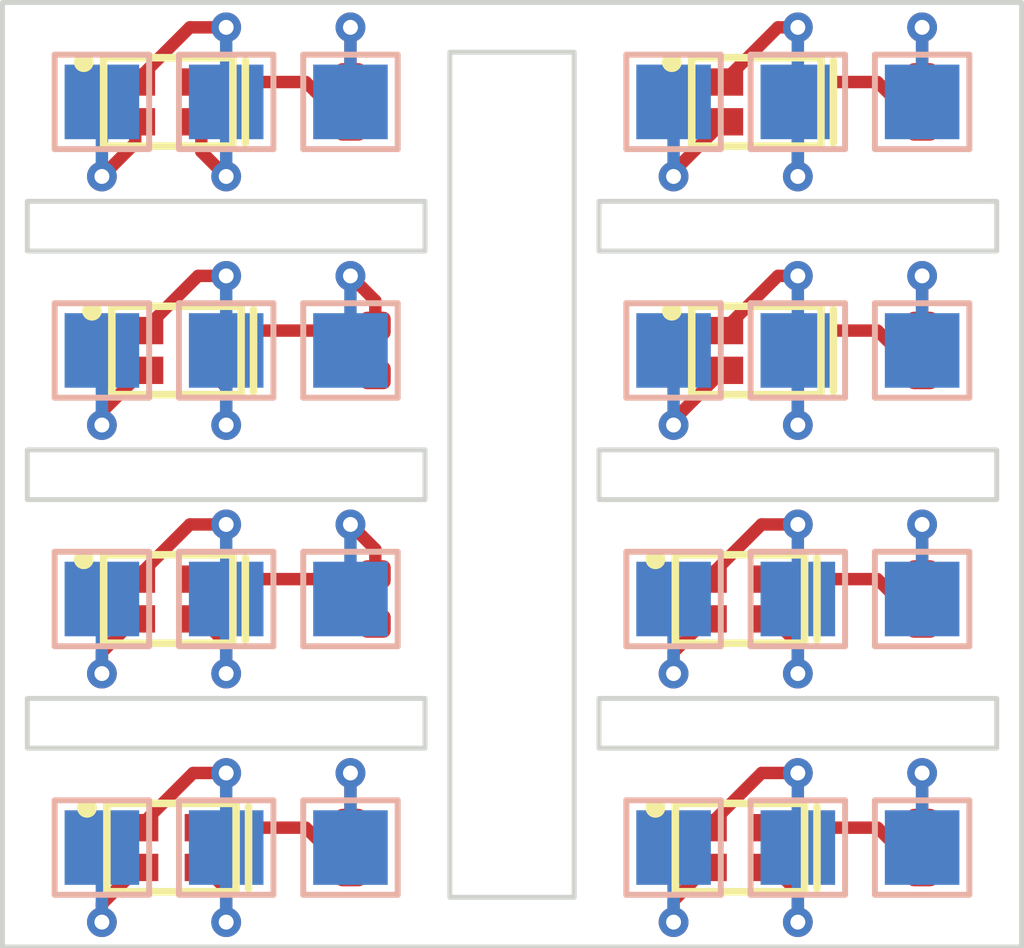
<source format=kicad_pcb>
(kicad_pcb (version 20241229) (generator "pcbnew") (generator_version "9.0")
  (layers (0 "F.Cu" signal) (2 "B.Cu" signal) (13 "F.Paste" user) (15 "B.Paste" user) (5 "F.SilkS" user "F.Silkscreen") (7 "B.SilkS" user "B.Silkscreen") (1 "F.Mask" user) (3 "B.Mask" user) (25 "Edge.Cuts" user))
  (net 0 "")
  (net 1 "Net-(U1-EMITTER)")
  (net 2 "Net-(U1-ANODE)")
  (net 3 "Net-(H3-Pad1)")
  (net 4 "Net-(U2-EMITTER)")
  (net 5 "Net-(U2-ANODE)")
  (net 6 "Net-(H6-Pad1)")
  (net 7 "Net-(U3-EMITTER)")
  (net 8 "Net-(U3-ANODE)")
  (net 9 "Net-(H9-Pad1)")
  (net 10 "Net-(U4-EMITTER)")
  (net 11 "Net-(U4-ANODE)")
  (net 12 "Net-(H12-Pad1)")
  (net 13 "Net-(U5-EMITTER)")
  (net 14 "Net-(U5-ANODE)")
  (net 15 "Net-(H15-Pad1)")
  (net 16 "Net-(U6-EMITTER)")
  (net 17 "Net-(U6-ANODE)")
  (net 18 "Net-(H18-Pad1)")
  (net 19 "Net-(U7-EMITTER)")
  (net 20 "Net-(U7-ANODE)")
  (net 21 "Net-(H21-Pad1)")
  (net 22 "Net-(U8-EMITTER)")
  (net 23 "Net-(U8-ANODE)")
  (net 24 "Net-(H24-Pad1)")
  (net 25 "Net-(U1-CATHODE)")
  (net 26 "Net-(U2-CATHODE)")
  (net 27 "Net-(U3-CATHODE)")
  (net 28 "Net-(U4-CATHODE)")
  (net 29 "Net-(U5-CATHODE)")
  (net 30 "Net-(U6-CATHODE)")
  (net 31 "Net-(U7-CATHODE)")
  (net 32 "Net-(U8-CATHODE)")
  (footprint "Personal:OPTO-SMD-4_ITR1204SR10A" (layer "F.Cu") (at 82.9 87 -90)
    (property "Reference" "U4" (hide yes))
    (property "Value" "~" (hide yes))
    (fp_line (start -0.889 1.3) (end 0.889 1.3) (stroke (width 0.152)) (layer "F.SilkS"))
    (fp_line (start -0.889 1.3) (end -0.889 -1.3) (stroke (width 0.152)) (layer "F.SilkS"))
    (fp_line (start 0.889 1.3) (end 0.889 -1.3) (stroke (width 0.152)) (layer "F.SilkS"))
    (fp_line (start -0.889 -1.3) (end 0.889 -1.3) (stroke (width 0.152)) (layer "F.SilkS"))
    (fp_line (start -0.825 -1.55) (end 0.825 -1.55) (stroke (width 0.152)) (layer "F.SilkS"))
    (fp_circle (center -0.8 1.7) (end -0.7 1.7) (stroke (width 0.2)) (fill no) (layer "F.SilkS"))
    (pad "1" smd rect (at -0.4 0.665) (size 0.8 0.55) (layers "F.Cu" "F.Mask" "F.Paste") (net 11 "Net-(U4-ANODE)"))
    (pad "2" smd rect (at 0.4 0.665) (size 0.8 0.55) (layers "F.Cu" "F.Mask" "F.Paste") (net 10 "Net-(U4-EMITTER)"))
    (pad "3" smd rect (at 0.4 -0.665) (size 0.8 0.55) (layers "F.Cu" "F.Mask" "F.Paste") (net 11 "Net-(U4-ANODE)"))
    (pad "4" smd rect (at -0.4 -0.665) (size 0.8 0.55) (layers "F.Cu" "F.Mask" "F.Paste") (net 28 "Net-(U4-CATHODE)"))
  )
  (footprint "Personal:OPTO-SMD-4_ITR1204SR10A" (layer "F.Cu") (at 94.335 82 -90)
    (property "Reference" "U7" (hide yes))
    (property "Value" "~" (hide yes))
    (fp_line (start -0.889 1.3) (end 0.889 1.3) (stroke (width 0.152)) (layer "F.SilkS"))
    (fp_line (start -0.889 1.3) (end -0.889 -1.3) (stroke (width 0.152)) (layer "F.SilkS"))
    (fp_line (start 0.889 1.3) (end 0.889 -1.3) (stroke (width 0.152)) (layer "F.SilkS"))
    (fp_line (start -0.889 -1.3) (end 0.889 -1.3) (stroke (width 0.152)) (layer "F.SilkS"))
    (fp_line (start -0.825 -1.55) (end 0.825 -1.55) (stroke (width 0.152)) (layer "F.SilkS"))
    (fp_circle (center -0.8 1.7) (end -0.7 1.7) (stroke (width 0.2)) (fill no) (layer "F.SilkS"))
    (pad "1" smd rect (at -0.4 0.665) (size 0.8 0.55) (layers "F.Cu" "F.Mask" "F.Paste") (net 20 "Net-(U7-ANODE)"))
    (pad "2" smd rect (at 0.4 0.665) (size 0.8 0.55) (layers "F.Cu" "F.Mask" "F.Paste") (net 19 "Net-(U7-EMITTER)"))
    (pad "3" smd rect (at 0.4 -0.665) (size 0.8 0.55) (layers "F.Cu" "F.Mask" "F.Paste") (net 20 "Net-(U7-ANODE)"))
    (pad "4" smd rect (at -0.4 -0.665) (size 0.8 0.55) (layers "F.Cu" "F.Mask" "F.Paste") (net 31 "Net-(U7-CATHODE)"))
  )
  (footprint "PCM_JLCPCB:R_0402" (layer "F.Cu") (at 98 82 90)
    (property "Reference" "R7" (hide yes))
    (property "Value" "100Ω" (hide yes))
    (pad "1" smd roundrect (at -0.5 0 90) (size 0.56 0.62) (layers "F.Cu" "F.Mask" "F.Paste") (net 31 "Net-(U7-CATHODE)"))
    (pad "2" smd roundrect (at 0.5 0 90) (size 0.56 0.62) (layers "F.Cu" "F.Mask" "F.Paste") (net 21 "Net-(H21-Pad1)"))
  )
  (footprint "Personal:OPTO-SMD-4_ITR1204SR10A" (layer "F.Cu") (at 82.835 82 -90)
    (property "Reference" "U3" (hide yes))
    (property "Value" "~" (hide yes))
    (fp_line (start -0.889 1.3) (end 0.889 1.3) (stroke (width 0.152)) (layer "F.SilkS"))
    (fp_line (start -0.889 1.3) (end -0.889 -1.3) (stroke (width 0.152)) (layer "F.SilkS"))
    (fp_line (start 0.889 1.3) (end 0.889 -1.3) (stroke (width 0.152)) (layer "F.SilkS"))
    (fp_line (start -0.889 -1.3) (end 0.889 -1.3) (stroke (width 0.152)) (layer "F.SilkS"))
    (fp_line (start -0.825 -1.55) (end 0.825 -1.55) (stroke (width 0.152)) (layer "F.SilkS"))
    (fp_circle (center -0.8 1.7) (end -0.7 1.7) (stroke (width 0.2)) (fill no) (layer "F.SilkS"))
    (pad "1" smd rect (at -0.4 0.665) (size 0.8 0.55) (layers "F.Cu" "F.Mask" "F.Paste") (net 8 "Net-(U3-ANODE)"))
    (pad "2" smd rect (at 0.4 0.665) (size 0.8 0.55) (layers "F.Cu" "F.Mask" "F.Paste") (net 7 "Net-(U3-EMITTER)"))
    (pad "3" smd rect (at 0.4 -0.665) (size 0.8 0.55) (layers "F.Cu" "F.Mask" "F.Paste") (net 8 "Net-(U3-ANODE)"))
    (pad "4" smd rect (at -0.4 -0.665) (size 0.8 0.55) (layers "F.Cu" "F.Mask" "F.Paste") (net 27 "Net-(U3-CATHODE)"))
  )
  (footprint "Personal:OPTO-SMD-4_ITR1204SR10A" (layer "F.Cu") (at 83 77 -90)
    (property "Reference" "U2" (hide yes))
    (property "Value" "~" (hide yes))
    (fp_line (start -0.889 1.3) (end 0.889 1.3) (stroke (width 0.152)) (layer "F.SilkS"))
    (fp_line (start -0.889 1.3) (end -0.889 -1.3) (stroke (width 0.152)) (layer "F.SilkS"))
    (fp_line (start 0.889 1.3) (end 0.889 -1.3) (stroke (width 0.152)) (layer "F.SilkS"))
    (fp_line (start -0.889 -1.3) (end 0.889 -1.3) (stroke (width 0.152)) (layer "F.SilkS"))
    (fp_line (start -0.825 -1.55) (end 0.825 -1.55) (stroke (width 0.152)) (layer "F.SilkS"))
    (fp_circle (center -0.8 1.7) (end -0.7 1.7) (stroke (width 0.2)) (fill no) (layer "F.SilkS"))
    (pad "1" smd rect (at -0.4 0.665) (size 0.8 0.55) (layers "F.Cu" "F.Mask" "F.Paste") (net 5 "Net-(U2-ANODE)"))
    (pad "2" smd rect (at 0.4 0.665) (size 0.8 0.55) (layers "F.Cu" "F.Mask" "F.Paste") (net 4 "Net-(U2-EMITTER)"))
    (pad "3" smd rect (at 0.4 -0.665) (size 0.8 0.55) (layers "F.Cu" "F.Mask" "F.Paste") (net 5 "Net-(U2-ANODE)"))
    (pad "4" smd rect (at -0.4 -0.665) (size 0.8 0.55) (layers "F.Cu" "F.Mask" "F.Paste") (net 26 "Net-(U2-CATHODE)"))
  )
  (footprint "PCM_JLCPCB:R_0402" (layer "F.Cu") (at 87 77 90)
    (property "Reference" "R2" (hide yes))
    (property "Value" "100Ω" (hide yes))
    (pad "1" smd roundrect (at -0.5 0 90) (size 0.56 0.62) (layers "F.Cu" "F.Mask" "F.Paste") (net 26 "Net-(U2-CATHODE)"))
    (pad "2" smd roundrect (at 0.5 0 90) (size 0.56 0.62) (layers "F.Cu" "F.Mask" "F.Paste") (net 6 "Net-(H6-Pad1)"))
  )
  (footprint "PCM_JLCPCB:R_0402" (layer "F.Cu") (at 98 72 90)
    (property "Reference" "R5" (hide yes))
    (property "Value" "100Ω" (hide yes))
    (pad "1" smd roundrect (at -0.5 0 90) (size 0.56 0.62) (layers "F.Cu" "F.Mask" "F.Paste") (net 29 "Net-(U5-CATHODE)"))
    (pad "2" smd roundrect (at 0.5 0 90) (size 0.56 0.62) (layers "F.Cu" "F.Mask" "F.Paste") (net 15 "Net-(H15-Pad1)"))
  )
  (footprint "PCM_JLCPCB:R_0402" (layer "F.Cu") (at 87 82 90)
    (property "Reference" "R3" (hide yes))
    (property "Value" "100Ω" (hide yes))
    (pad "1" smd roundrect (at -0.5 0 90) (size 0.56 0.62) (layers "F.Cu" "F.Mask" "F.Paste") (net 27 "Net-(U3-CATHODE)"))
    (pad "2" smd roundrect (at 0.5 0 90) (size 0.56 0.62) (layers "F.Cu" "F.Mask" "F.Paste") (net 9 "Net-(H9-Pad1)"))
  )
  (footprint "Personal:OPTO-SMD-4_ITR1204SR10A" (layer "F.Cu") (at 94.335 87 -90)
    (property "Reference" "U8" (hide yes))
    (property "Value" "~" (hide yes))
    (fp_line (start -0.889 1.3) (end 0.889 1.3) (stroke (width 0.152)) (layer "F.SilkS"))
    (fp_line (start -0.889 1.3) (end -0.889 -1.3) (stroke (width 0.152)) (layer "F.SilkS"))
    (fp_line (start 0.889 1.3) (end 0.889 -1.3) (stroke (width 0.152)) (layer "F.SilkS"))
    (fp_line (start -0.889 -1.3) (end 0.889 -1.3) (stroke (width 0.152)) (layer "F.SilkS"))
    (fp_line (start -0.825 -1.55) (end 0.825 -1.55) (stroke (width 0.152)) (layer "F.SilkS"))
    (fp_circle (center -0.8 1.7) (end -0.7 1.7) (stroke (width 0.2)) (fill no) (layer "F.SilkS"))
    (pad "1" smd rect (at -0.4 0.665) (size 0.8 0.55) (layers "F.Cu" "F.Mask" "F.Paste") (net 23 "Net-(U8-ANODE)"))
    (pad "2" smd rect (at 0.4 0.665) (size 0.8 0.55) (layers "F.Cu" "F.Mask" "F.Paste") (net 22 "Net-(U8-EMITTER)"))
    (pad "3" smd rect (at 0.4 -0.665) (size 0.8 0.55) (layers "F.Cu" "F.Mask" "F.Paste") (net 23 "Net-(U8-ANODE)"))
    (pad "4" smd rect (at -0.4 -0.665) (size 0.8 0.55) (layers "F.Cu" "F.Mask" "F.Paste") (net 32 "Net-(U8-CATHODE)"))
  )
  (footprint "PCM_JLCPCB:R_0402" (layer "F.Cu") (at 86.5 72 90)
    (property "Reference" "R1" (hide yes))
    (property "Value" "100Ω" (hide yes))
    (pad "1" smd roundrect (at -0.5 0 90) (size 0.56 0.62) (layers "F.Cu" "F.Mask" "F.Paste") (net 25 "Net-(U1-CATHODE)"))
    (pad "2" smd roundrect (at 0.5 0 90) (size 0.56 0.62) (layers "F.Cu" "F.Mask" "F.Paste") (net 3 "Net-(H3-Pad1)"))
  )
  (footprint "Personal:OPTO-SMD-4_ITR1204SR10A" (layer "F.Cu") (at 94.665 72 -90)
    (property "Reference" "U5" (hide yes))
    (property "Value" "~" (hide yes))
    (fp_line (start -0.889 1.3) (end 0.889 1.3) (stroke (width 0.152)) (layer "F.SilkS"))
    (fp_line (start -0.889 1.3) (end -0.889 -1.3) (stroke (width 0.152)) (layer "F.SilkS"))
    (fp_line (start 0.889 1.3) (end 0.889 -1.3) (stroke (width 0.152)) (layer "F.SilkS"))
    (fp_line (start -0.889 -1.3) (end 0.889 -1.3) (stroke (width 0.152)) (layer "F.SilkS"))
    (fp_line (start -0.825 -1.55) (end 0.825 -1.55) (stroke (width 0.152)) (layer "F.SilkS"))
    (fp_circle (center -0.8 1.7) (end -0.7 1.7) (stroke (width 0.2)) (fill no) (layer "F.SilkS"))
    (pad "1" smd rect (at -0.4 0.665) (size 0.8 0.55) (layers "F.Cu" "F.Mask" "F.Paste") (net 14 "Net-(U5-ANODE)"))
    (pad "2" smd rect (at 0.4 0.665) (size 0.8 0.55) (layers "F.Cu" "F.Mask" "F.Paste") (net 13 "Net-(U5-EMITTER)"))
    (pad "3" smd rect (at 0.4 -0.665) (size 0.8 0.55) (layers "F.Cu" "F.Mask" "F.Paste") (net 14 "Net-(U5-ANODE)"))
    (pad "4" smd rect (at -0.4 -0.665) (size 0.8 0.55) (layers "F.Cu" "F.Mask" "F.Paste") (net 29 "Net-(U5-CATHODE)"))
  )
  (footprint "PCM_JLCPCB:R_0402" (layer "F.Cu") (at 98 77 90)
    (property "Reference" "R6" (hide yes))
    (property "Value" "100Ω" (hide yes))
    (pad "1" smd roundrect (at -0.5 0 90) (size 0.56 0.62) (layers "F.Cu" "F.Mask" "F.Paste") (net 30 "Net-(U6-CATHODE)"))
    (pad "2" smd roundrect (at 0.5 0 90) (size 0.56 0.62) (layers "F.Cu" "F.Mask" "F.Paste") (net 18 "Net-(H18-Pad1)"))
  )
  (footprint "Personal:OPTO-SMD-4_ITR1204SR10A" (layer "F.Cu") (at 94.665 77 -90)
    (property "Reference" "U6" (hide yes))
    (property "Value" "~" (hide yes))
    (fp_line (start -0.889 1.3) (end 0.889 1.3) (stroke (width 0.152)) (layer "F.SilkS"))
    (fp_line (start -0.889 1.3) (end -0.889 -1.3) (stroke (width 0.152)) (layer "F.SilkS"))
    (fp_line (start 0.889 1.3) (end 0.889 -1.3) (stroke (width 0.152)) (layer "F.SilkS"))
    (fp_line (start -0.889 -1.3) (end 0.889 -1.3) (stroke (width 0.152)) (layer "F.SilkS"))
    (fp_line (start -0.825 -1.55) (end 0.825 -1.55) (stroke (width 0.152)) (layer "F.SilkS"))
    (fp_circle (center -0.8 1.7) (end -0.7 1.7) (stroke (width 0.2)) (fill no) (layer "F.SilkS"))
    (pad "1" smd rect (at -0.4 0.665) (size 0.8 0.55) (layers "F.Cu" "F.Mask" "F.Paste") (net 17 "Net-(U6-ANODE)"))
    (pad "2" smd rect (at 0.4 0.665) (size 0.8 0.55) (layers "F.Cu" "F.Mask" "F.Paste") (net 16 "Net-(U6-EMITTER)"))
    (pad "3" smd rect (at 0.4 -0.665) (size 0.8 0.55) (layers "F.Cu" "F.Mask" "F.Paste") (net 17 "Net-(U6-ANODE)"))
    (pad "4" smd rect (at -0.4 -0.665) (size 0.8 0.55) (layers "F.Cu" "F.Mask" "F.Paste") (net 30 "Net-(U6-CATHODE)"))
  )
  (footprint "PCM_JLCPCB:R_0402" (layer "F.Cu") (at 86.5 87 90)
    (property "Reference" "R4" (hide yes))
    (property "Value" "100Ω" (hide yes))
    (pad "1" smd roundrect (at -0.5 0 90) (size 0.56 0.62) (layers "F.Cu" "F.Mask" "F.Paste") (net 28 "Net-(U4-CATHODE)"))
    (pad "2" smd roundrect (at 0.5 0 90) (size 0.56 0.62) (layers "F.Cu" "F.Mask" "F.Paste") (net 12 "Net-(H12-Pad1)"))
  )
  (footprint "Personal:OPTO-SMD-4_ITR1204SR10A" (layer "F.Cu") (at 82.835 72 -90)
    (property "Reference" "U1" (hide yes))
    (property "Value" "~" (hide yes))
    (fp_line (start -0.889 1.3) (end 0.889 1.3) (stroke (width 0.152)) (layer "F.SilkS"))
    (fp_line (start -0.889 1.3) (end -0.889 -1.3) (stroke (width 0.152)) (layer "F.SilkS"))
    (fp_line (start 0.889 1.3) (end 0.889 -1.3) (stroke (width 0.152)) (layer "F.SilkS"))
    (fp_line (start -0.889 -1.3) (end 0.889 -1.3) (stroke (width 0.152)) (layer "F.SilkS"))
    (fp_line (start -0.825 -1.55) (end 0.825 -1.55) (stroke (width 0.152)) (layer "F.SilkS"))
    (fp_circle (center -0.8 1.7) (end -0.7 1.7) (stroke (width 0.2)) (fill no) (layer "F.SilkS"))
    (pad "1" smd rect (at -0.4 0.665) (size 0.8 0.55) (layers "F.Cu" "F.Mask" "F.Paste") (net 2 "Net-(U1-ANODE)"))
    (pad "2" smd rect (at 0.4 0.665) (size 0.8 0.55) (layers "F.Cu" "F.Mask" "F.Paste") (net 1 "Net-(U1-EMITTER)"))
    (pad "3" smd rect (at 0.4 -0.665) (size 0.8 0.55) (layers "F.Cu" "F.Mask" "F.Paste") (net 2 "Net-(U1-ANODE)"))
    (pad "4" smd rect (at -0.4 -0.665) (size 0.8 0.55) (layers "F.Cu" "F.Mask" "F.Paste") (net 25 "Net-(U1-CATHODE)"))
  )
  (footprint "PCM_JLCPCB:R_0402" (layer "F.Cu") (at 98 87 90)
    (property "Reference" "R8" (hide yes))
    (property "Value" "100Ω" (hide yes))
    (pad "1" smd roundrect (at -0.5 0 90) (size 0.56 0.62) (layers "F.Cu" "F.Mask" "F.Paste") (net 32 "Net-(U8-CATHODE)"))
    (pad "2" smd roundrect (at 0.5 0 90) (size 0.56 0.62) (layers "F.Cu" "F.Mask" "F.Paste") (net 24 "Net-(H24-Pad1)"))
  )
  (footprint "TestPoint:TestPoint_Pad_1.5x1.5mm" (layer "B.Cu") (at 81.5 82 180)
    (property "Reference" "H7" (hide yes))
    (property "Value" "IO" (hide yes))
    (fp_line (start 0.95 0.95) (end 0.95 -0.95) (stroke (width 0.12)) (layer "B.SilkS"))
    (fp_line (start 0.95 -0.95) (end -0.95 -0.95) (stroke (width 0.12)) (layer "B.SilkS"))
    (fp_line (start -0.95 0.95) (end 0.95 0.95) (stroke (width 0.12)) (layer "B.SilkS"))
    (fp_line (start -0.95 -0.95) (end -0.95 0.95) (stroke (width 0.12)) (layer "B.SilkS"))
    (pad "1" smd rect (at 0 0 180) (size 1.5 1.5) (layers "B.Cu" "B.Mask") (net 7 "Net-(U3-EMITTER)"))
  )
  (footprint "TestPoint:TestPoint_Pad_1.5x1.5mm" (layer "B.Cu") (at 81.5 77 180)
    (property "Reference" "H4" (hide yes))
    (property "Value" "IO" (hide yes))
    (fp_line (start 0.95 0.95) (end 0.95 -0.95) (stroke (width 0.12)) (layer "B.SilkS"))
    (fp_line (start 0.95 -0.95) (end -0.95 -0.95) (stroke (width 0.12)) (layer "B.SilkS"))
    (fp_line (start -0.95 0.95) (end 0.95 0.95) (stroke (width 0.12)) (layer "B.SilkS"))
    (fp_line (start -0.95 -0.95) (end -0.95 0.95) (stroke (width 0.12)) (layer "B.SilkS"))
    (pad "1" smd rect (at 0 0 180) (size 1.5 1.5) (layers "B.Cu" "B.Mask") (net 4 "Net-(U2-EMITTER)"))
  )
  (footprint "TestPoint:TestPoint_Pad_1.5x1.5mm" (layer "B.Cu") (at 84 82 180)
    (property "Reference" "H8" (hide yes))
    (property "Value" "VCC" (hide yes))
    (fp_line (start 0.95 0.95) (end 0.95 -0.95) (stroke (width 0.12)) (layer "B.SilkS"))
    (fp_line (start 0.95 -0.95) (end -0.95 -0.95) (stroke (width 0.12)) (layer "B.SilkS"))
    (fp_line (start -0.95 0.95) (end 0.95 0.95) (stroke (width 0.12)) (layer "B.SilkS"))
    (fp_line (start -0.95 -0.95) (end -0.95 0.95) (stroke (width 0.12)) (layer "B.SilkS"))
    (pad "1" smd rect (at 0 0 180) (size 1.5 1.5) (layers "B.Cu" "B.Mask") (net 8 "Net-(U3-ANODE)"))
  )
  (footprint "TestPoint:TestPoint_Pad_1.5x1.5mm" (layer "B.Cu") (at 93 82 180)
    (property "Reference" "H19" (hide yes))
    (property "Value" "IO" (hide yes))
    (fp_line (start 0.95 0.95) (end 0.95 -0.95) (stroke (width 0.12)) (layer "B.SilkS"))
    (fp_line (start 0.95 -0.95) (end -0.95 -0.95) (stroke (width 0.12)) (layer "B.SilkS"))
    (fp_line (start -0.95 0.95) (end 0.95 0.95) (stroke (width 0.12)) (layer "B.SilkS"))
    (fp_line (start -0.95 -0.95) (end -0.95 0.95) (stroke (width 0.12)) (layer "B.SilkS"))
    (pad "1" smd rect (at 0 0 180) (size 1.5 1.5) (layers "B.Cu" "B.Mask") (net 19 "Net-(U7-EMITTER)"))
  )
  (footprint "TestPoint:TestPoint_Pad_1.5x1.5mm" (layer "B.Cu") (at 81.5 87 180)
    (property "Reference" "H10" (hide yes))
    (property "Value" "IO" (hide yes))
    (fp_line (start 0.95 0.95) (end 0.95 -0.95) (stroke (width 0.12)) (layer "B.SilkS"))
    (fp_line (start 0.95 -0.95) (end -0.95 -0.95) (stroke (width 0.12)) (layer "B.SilkS"))
    (fp_line (start -0.95 0.95) (end 0.95 0.95) (stroke (width 0.12)) (layer "B.SilkS"))
    (fp_line (start -0.95 -0.95) (end -0.95 0.95) (stroke (width 0.12)) (layer "B.SilkS"))
    (pad "1" smd rect (at 0 0 180) (size 1.5 1.5) (layers "B.Cu" "B.Mask") (net 10 "Net-(U4-EMITTER)"))
  )
  (footprint "TestPoint:TestPoint_Pad_1.5x1.5mm" (layer "B.Cu") (at 98 77 180)
    (property "Reference" "H18" (hide yes))
    (property "Value" "GND" (hide yes))
    (fp_line (start 0.95 0.95) (end 0.95 -0.95) (stroke (width 0.12)) (layer "B.SilkS"))
    (fp_line (start 0.95 -0.95) (end -0.95 -0.95) (stroke (width 0.12)) (layer "B.SilkS"))
    (fp_line (start -0.95 0.95) (end 0.95 0.95) (stroke (width 0.12)) (layer "B.SilkS"))
    (fp_line (start -0.95 -0.95) (end -0.95 0.95) (stroke (width 0.12)) (layer "B.SilkS"))
    (pad "1" smd rect (at 0 0 180) (size 1.5 1.5) (layers "B.Cu" "B.Mask") (net 18 "Net-(H18-Pad1)"))
  )
  (footprint "TestPoint:TestPoint_Pad_1.5x1.5mm" (layer "B.Cu") (at 95.5 82 180)
    (property "Reference" "H20" (hide yes))
    (property "Value" "VCC" (hide yes))
    (fp_line (start 0.95 0.95) (end 0.95 -0.95) (stroke (width 0.12)) (layer "B.SilkS"))
    (fp_line (start 0.95 -0.95) (end -0.95 -0.95) (stroke (width 0.12)) (layer "B.SilkS"))
    (fp_line (start -0.95 0.95) (end 0.95 0.95) (stroke (width 0.12)) (layer "B.SilkS"))
    (fp_line (start -0.95 -0.95) (end -0.95 0.95) (stroke (width 0.12)) (layer "B.SilkS"))
    (pad "1" smd rect (at 0 0 180) (size 1.5 1.5) (layers "B.Cu" "B.Mask") (net 20 "Net-(U7-ANODE)"))
  )
  (footprint "TestPoint:TestPoint_Pad_1.5x1.5mm" (layer "B.Cu") (at 95.5 77 180)
    (property "Reference" "H17" (hide yes))
    (property "Value" "VCC" (hide yes))
    (fp_line (start 0.95 0.95) (end 0.95 -0.95) (stroke (width 0.12)) (layer "B.SilkS"))
    (fp_line (start 0.95 -0.95) (end -0.95 -0.95) (stroke (width 0.12)) (layer "B.SilkS"))
    (fp_line (start -0.95 0.95) (end 0.95 0.95) (stroke (width 0.12)) (layer "B.SilkS"))
    (fp_line (start -0.95 -0.95) (end -0.95 0.95) (stroke (width 0.12)) (layer "B.SilkS"))
    (pad "1" smd rect (at 0 0 180) (size 1.5 1.5) (layers "B.Cu" "B.Mask") (net 17 "Net-(U6-ANODE)"))
  )
  (footprint "TestPoint:TestPoint_Pad_1.5x1.5mm" (layer "B.Cu") (at 84 77 180)
    (property "Reference" "H5" (hide yes))
    (property "Value" "VCC" (hide yes))
    (fp_line (start 0.95 0.95) (end 0.95 -0.95) (stroke (width 0.12)) (layer "B.SilkS"))
    (fp_line (start 0.95 -0.95) (end -0.95 -0.95) (stroke (width 0.12)) (layer "B.SilkS"))
    (fp_line (start -0.95 0.95) (end 0.95 0.95) (stroke (width 0.12)) (layer "B.SilkS"))
    (fp_line (start -0.95 -0.95) (end -0.95 0.95) (stroke (width 0.12)) (layer "B.SilkS"))
    (pad "1" smd rect (at 0 0 180) (size 1.5 1.5) (layers "B.Cu" "B.Mask") (net 5 "Net-(U2-ANODE)"))
  )
  (footprint "TestPoint:TestPoint_Pad_1.5x1.5mm" (layer "B.Cu") (at 93 72 180)
    (property "Reference" "H13" (hide yes))
    (property "Value" "IO" (hide yes))
    (fp_line (start 0.95 0.95) (end 0.95 -0.95) (stroke (width 0.12)) (layer "B.SilkS"))
    (fp_line (start 0.95 -0.95) (end -0.95 -0.95) (stroke (width 0.12)) (layer "B.SilkS"))
    (fp_line (start -0.95 0.95) (end 0.95 0.95) (stroke (width 0.12)) (layer "B.SilkS"))
    (fp_line (start -0.95 -0.95) (end -0.95 0.95) (stroke (width 0.12)) (layer "B.SilkS"))
    (pad "1" smd rect (at 0 0 180) (size 1.5 1.5) (layers "B.Cu" "B.Mask") (net 13 "Net-(U5-EMITTER)"))
  )
  (footprint "TestPoint:TestPoint_Pad_1.5x1.5mm" (layer "B.Cu") (at 93 87 180)
    (property "Reference" "H22" (hide yes))
    (property "Value" "IO" (hide yes))
    (fp_line (start 0.95 0.95) (end 0.95 -0.95) (stroke (width 0.12)) (layer "B.SilkS"))
    (fp_line (start 0.95 -0.95) (end -0.95 -0.95) (stroke (width 0.12)) (layer "B.SilkS"))
    (fp_line (start -0.95 0.95) (end 0.95 0.95) (stroke (width 0.12)) (layer "B.SilkS"))
    (fp_line (start -0.95 -0.95) (end -0.95 0.95) (stroke (width 0.12)) (layer "B.SilkS"))
    (pad "1" smd rect (at 0 0 180) (size 1.5 1.5) (layers "B.Cu" "B.Mask") (net 22 "Net-(U8-EMITTER)"))
  )
  (footprint "TestPoint:TestPoint_Pad_1.5x1.5mm" (layer "B.Cu") (at 86.5 77 180)
    (property "Reference" "H6" (hide yes))
    (property "Value" "GND" (hide yes))
    (fp_line (start 0.95 0.95) (end 0.95 -0.95) (stroke (width 0.12)) (layer "B.SilkS"))
    (fp_line (start 0.95 -0.95) (end -0.95 -0.95) (stroke (width 0.12)) (layer "B.SilkS"))
    (fp_line (start -0.95 0.95) (end 0.95 0.95) (stroke (width 0.12)) (layer "B.SilkS"))
    (fp_line (start -0.95 -0.95) (end -0.95 0.95) (stroke (width 0.12)) (layer "B.SilkS"))
    (pad "1" smd rect (at 0 0 180) (size 1.5 1.5) (layers "B.Cu" "B.Mask") (net 6 "Net-(H6-Pad1)"))
  )
  (footprint "TestPoint:TestPoint_Pad_1.5x1.5mm" (layer "B.Cu") (at 95.5 87 180)
    (property "Reference" "H23" (hide yes))
    (property "Value" "VCC" (hide yes))
    (fp_line (start 0.95 0.95) (end 0.95 -0.95) (stroke (width 0.12)) (layer "B.SilkS"))
    (fp_line (start 0.95 -0.95) (end -0.95 -0.95) (stroke (width 0.12)) (layer "B.SilkS"))
    (fp_line (start -0.95 0.95) (end 0.95 0.95) (stroke (width 0.12)) (layer "B.SilkS"))
    (fp_line (start -0.95 -0.95) (end -0.95 0.95) (stroke (width 0.12)) (layer "B.SilkS"))
    (pad "1" smd rect (at 0 0 180) (size 1.5 1.5) (layers "B.Cu" "B.Mask") (net 23 "Net-(U8-ANODE)"))
  )
  (footprint "TestPoint:TestPoint_Pad_1.5x1.5mm" (layer "B.Cu") (at 98 87 180)
    (property "Reference" "H24" (hide yes))
    (property "Value" "GND" (hide yes))
    (fp_line (start 0.95 0.95) (end 0.95 -0.95) (stroke (width 0.12)) (layer "B.SilkS"))
    (fp_line (start 0.95 -0.95) (end -0.95 -0.95) (stroke (width 0.12)) (layer "B.SilkS"))
    (fp_line (start -0.95 0.95) (end 0.95 0.95) (stroke (width 0.12)) (layer "B.SilkS"))
    (fp_line (start -0.95 -0.95) (end -0.95 0.95) (stroke (width 0.12)) (layer "B.SilkS"))
    (pad "1" smd rect (at 0 0 180) (size 1.5 1.5) (layers "B.Cu" "B.Mask") (net 24 "Net-(H24-Pad1)"))
  )
  (footprint "TestPoint:TestPoint_Pad_1.5x1.5mm" (layer "B.Cu") (at 95.5 72 180)
    (property "Reference" "H14" (hide yes))
    (property "Value" "VCC" (hide yes))
    (fp_line (start 0.95 0.95) (end 0.95 -0.95) (stroke (width 0.12)) (layer "B.SilkS"))
    (fp_line (start 0.95 -0.95) (end -0.95 -0.95) (stroke (width 0.12)) (layer "B.SilkS"))
    (fp_line (start -0.95 0.95) (end 0.95 0.95) (stroke (width 0.12)) (layer "B.SilkS"))
    (fp_line (start -0.95 -0.95) (end -0.95 0.95) (stroke (width 0.12)) (layer "B.SilkS"))
    (pad "1" smd rect (at 0 0 180) (size 1.5 1.5) (layers "B.Cu" "B.Mask") (net 14 "Net-(U5-ANODE)"))
  )
  (footprint "TestPoint:TestPoint_Pad_1.5x1.5mm" (layer "B.Cu") (at 98 82 180)
    (property "Reference" "H21" (hide yes))
    (property "Value" "GND" (hide yes))
    (fp_line (start 0.95 0.95) (end 0.95 -0.95) (stroke (width 0.12)) (layer "B.SilkS"))
    (fp_line (start 0.95 -0.95) (end -0.95 -0.95) (stroke (width 0.12)) (layer "B.SilkS"))
    (fp_line (start -0.95 0.95) (end 0.95 0.95) (stroke (width 0.12)) (layer "B.SilkS"))
    (fp_line (start -0.95 -0.95) (end -0.95 0.95) (stroke (width 0.12)) (layer "B.SilkS"))
    (pad "1" smd rect (at 0 0 180) (size 1.5 1.5) (layers "B.Cu" "B.Mask") (net 21 "Net-(H21-Pad1)"))
  )
  (footprint "TestPoint:TestPoint_Pad_1.5x1.5mm" (layer "B.Cu") (at 98 72 180)
    (property "Reference" "H15" (hide yes))
    (property "Value" "GND" (hide yes))
    (fp_line (start 0.95 0.95) (end 0.95 -0.95) (stroke (width 0.12)) (layer "B.SilkS"))
    (fp_line (start 0.95 -0.95) (end -0.95 -0.95) (stroke (width 0.12)) (layer "B.SilkS"))
    (fp_line (start -0.95 0.95) (end 0.95 0.95) (stroke (width 0.12)) (layer "B.SilkS"))
    (fp_line (start -0.95 -0.95) (end -0.95 0.95) (stroke (width 0.12)) (layer "B.SilkS"))
    (pad "1" smd rect (at 0 0 180) (size 1.5 1.5) (layers "B.Cu" "B.Mask") (net 15 "Net-(H15-Pad1)"))
  )
  (footprint "TestPoint:TestPoint_Pad_1.5x1.5mm" (layer "B.Cu") (at 86.5 87 180)
    (property "Reference" "H12" (hide yes))
    (property "Value" "GND" (hide yes))
    (fp_line (start 0.95 0.95) (end 0.95 -0.95) (stroke (width 0.12)) (layer "B.SilkS"))
    (fp_line (start 0.95 -0.95) (end -0.95 -0.95) (stroke (width 0.12)) (layer "B.SilkS"))
    (fp_line (start -0.95 0.95) (end 0.95 0.95) (stroke (width 0.12)) (layer "B.SilkS"))
    (fp_line (start -0.95 -0.95) (end -0.95 0.95) (stroke (width 0.12)) (layer "B.SilkS"))
    (pad "1" smd rect (at 0 0 180) (size 1.5 1.5) (layers "B.Cu" "B.Mask") (net 12 "Net-(H12-Pad1)"))
  )
  (footprint "TestPoint:TestPoint_Pad_1.5x1.5mm" (layer "B.Cu") (at 86.5 72 180)
    (property "Reference" "H3" (hide yes))
    (property "Value" "GND" (hide yes))
    (fp_line (start 0.95 0.95) (end 0.95 -0.95) (stroke (width 0.12)) (layer "B.SilkS"))
    (fp_line (start 0.95 -0.95) (end -0.95 -0.95) (stroke (width 0.12)) (layer "B.SilkS"))
    (fp_line (start -0.95 0.95) (end 0.95 0.95) (stroke (width 0.12)) (layer "B.SilkS"))
    (fp_line (start -0.95 -0.95) (end -0.95 0.95) (stroke (width 0.12)) (layer "B.SilkS"))
    (pad "1" smd rect (at 0 0 180) (size 1.5 1.5) (layers "B.Cu" "B.Mask") (net 3 "Net-(H3-Pad1)"))
  )
  (footprint "TestPoint:TestPoint_Pad_1.5x1.5mm" (layer "B.Cu") (at 84 87 180)
    (property "Reference" "H11" (hide yes))
    (property "Value" "VCC" (hide yes))
    (fp_line (start 0.95 0.95) (end 0.95 -0.95) (stroke (width 0.12)) (layer "B.SilkS"))
    (fp_line (start 0.95 -0.95) (end -0.95 -0.95) (stroke (width 0.12)) (layer "B.SilkS"))
    (fp_line (start -0.95 0.95) (end 0.95 0.95) (stroke (width 0.12)) (layer "B.SilkS"))
    (fp_line (start -0.95 -0.95) (end -0.95 0.95) (stroke (width 0.12)) (layer "B.SilkS"))
    (pad "1" smd rect (at 0 0 180) (size 1.5 1.5) (layers "B.Cu" "B.Mask") (net 11 "Net-(U4-ANODE)"))
  )
  (footprint "TestPoint:TestPoint_Pad_1.5x1.5mm" (layer "B.Cu") (at 86.5 82 180)
    (property "Reference" "H9" (hide yes))
    (property "Value" "GND" (hide yes))
    (fp_line (start 0.95 0.95) (end 0.95 -0.95) (stroke (width 0.12)) (layer "B.SilkS"))
    (fp_line (start 0.95 -0.95) (end -0.95 -0.95) (stroke (width 0.12)) (layer "B.SilkS"))
    (fp_line (start -0.95 0.95) (end 0.95 0.95) (stroke (width 0.12)) (layer "B.SilkS"))
    (fp_line (start -0.95 -0.95) (end -0.95 0.95) (stroke (width 0.12)) (layer "B.SilkS"))
    (pad "1" smd rect (at 0 0 180) (size 1.5 1.5) (layers "B.Cu" "B.Mask") (net 9 "Net-(H9-Pad1)"))
  )
  (footprint "TestPoint:TestPoint_Pad_1.5x1.5mm" (layer "B.Cu") (at 93 77 180)
    (property "Reference" "H16" (hide yes))
    (property "Value" "IO" (hide yes))
    (fp_line (start 0.95 0.95) (end 0.95 -0.95) (stroke (width 0.12)) (layer "B.SilkS"))
    (fp_line (start 0.95 -0.95) (end -0.95 -0.95) (stroke (width 0.12)) (layer "B.SilkS"))
    (fp_line (start -0.95 0.95) (end 0.95 0.95) (stroke (width 0.12)) (layer "B.SilkS"))
    (fp_line (start -0.95 -0.95) (end -0.95 0.95) (stroke (width 0.12)) (layer "B.SilkS"))
    (pad "1" smd rect (at 0 0 180) (size 1.5 1.5) (layers "B.Cu" "B.Mask") (net 16 "Net-(U6-EMITTER)"))
  )
  (footprint "TestPoint:TestPoint_Pad_1.5x1.5mm" (layer "B.Cu") (at 81.5 72 180)
    (property "Reference" "H1" (hide yes))
    (property "Value" "IO" (hide yes))
    (fp_line (start 0.95 0.95) (end 0.95 -0.95) (stroke (width 0.12)) (layer "B.SilkS"))
    (fp_line (start 0.95 -0.95) (end -0.95 -0.95) (stroke (width 0.12)) (layer "B.SilkS"))
    (fp_line (start -0.95 0.95) (end 0.95 0.95) (stroke (width 0.12)) (layer "B.SilkS"))
    (fp_line (start -0.95 -0.95) (end -0.95 0.95) (stroke (width 0.12)) (layer "B.SilkS"))
    (pad "1" smd rect (at 0 0 180) (size 1.5 1.5) (layers "B.Cu" "B.Mask") (net 1 "Net-(U1-EMITTER)"))
  )
  (footprint "TestPoint:TestPoint_Pad_1.5x1.5mm" (layer "B.Cu") (at 84 72 180)
    (property "Reference" "H2" (hide yes))
    (property "Value" "VCC" (hide yes))
    (fp_line (start 0.95 0.95) (end 0.95 -0.95) (stroke (width 0.12)) (layer "B.SilkS"))
    (fp_line (start 0.95 -0.95) (end -0.95 -0.95) (stroke (width 0.12)) (layer "B.SilkS"))
    (fp_line (start -0.95 0.95) (end 0.95 0.95) (stroke (width 0.12)) (layer "B.SilkS"))
    (fp_line (start -0.95 -0.95) (end -0.95 0.95) (stroke (width 0.12)) (layer "B.SilkS"))
    (pad "1" smd rect (at 0 0 180) (size 1.5 1.5) (layers "B.Cu" "B.Mask") (net 2 "Net-(U1-ANODE)"))
  )
  (gr_rect (start 88.5 71) (end 91 88) (stroke (width 0.1)) (fill no) (layer "Edge.Cuts"))
  (gr_rect (start 80 84) (end 88 85) (stroke (width 0.1)) (fill no) (layer "Edge.Cuts"))
  (gr_rect (start 79.5 70) (end 100 89) (stroke (width 0.1)) (fill no) (layer "Edge.Cuts"))
  (gr_rect (start 80 74) (end 88 75) (stroke (width 0.1)) (fill no) (layer "Edge.Cuts"))
  (gr_rect (start 80 79) (end 88 80) (stroke (width 0.1)) (fill no) (layer "Edge.Cuts"))
  (gr_rect (start 91.5 84) (end 99.5 85) (stroke (width 0.1)) (fill no) (layer "Edge.Cuts"))
  (gr_rect (start 91.5 74) (end 99.5 75) (stroke (width 0.1)) (fill no) (layer "Edge.Cuts"))
  (gr_rect (start 91.5 79) (end 99.5 80) (stroke (width 0.1)) (fill no) (layer "Edge.Cuts"))
  (segment (start 82.17 72.4) (end 82.17 72.83) (width 0.25) (layer "F.Cu") (net 1))
  (segment (start 82.17 72.83) (end 81.5 73.5) (width 0.25) (layer "F.Cu") (net 1))
  (via (at 81.5 73.5) (size 0.6) (drill 0.3) (layers "F.Cu" "B.Cu") (net 1))
  (segment (start 81.5 73.5) (end 81.5 72) (width 0.25) (layer "B.Cu") (net 1))
  (segment (start 83.27 70.5) (end 82.17 71.6) (width 0.25) (layer "F.Cu") (net 2))
  (segment (start 83.5 72.4) (end 83.5 73) (width 0.25) (layer "F.Cu") (net 2))
  (segment (start 84 70.5) (end 83.27 70.5) (width 0.25) (layer "F.Cu") (net 2))
  (segment (start 83.5 73) (end 84 73.5) (width 0.25) (layer "F.Cu") (net 2))
  (via (at 84 73.5) (size 0.6) (drill 0.3) (layers "F.Cu" "B.Cu") (net 2))
  (via (at 84 70.5) (size 0.6) (drill 0.3) (layers "F.Cu" "B.Cu") (net 2))
  (segment (start 84 72) (end 84 70.5) (width 0.25) (layer "B.Cu") (net 2))
  (segment (start 84 73.5) (end 84 72) (width 0.25) (layer "B.Cu") (net 2))
  (segment (start 86.5 71.5) (end 86.5 70.5) (width 0.25) (layer "F.Cu") (net 3))
  (via (at 86.5 70.5) (size 0.6) (drill 0.3) (layers "F.Cu" "B.Cu") (net 3))
  (segment (start 86.5 70.5) (end 86.5 72) (width 0.25) (layer "B.Cu") (net 3))
  (segment (start 81.5 78.235) (end 82.335 77.4) (width 0.25) (layer "F.Cu") (net 4))
  (segment (start 81.5 78.5) (end 81.5 78.235) (width 0.25) (layer "F.Cu") (net 4))
  (via (at 81.5 78.5) (size 0.6) (drill 0.3) (layers "F.Cu" "B.Cu") (net 4))
  (segment (start 81.5 78.5) (end 81.5 77) (width 0.25) (layer "B.Cu") (net 4))
  (segment (start 84 77.735) (end 83.665 77.4) (width 0.25) (layer "F.Cu") (net 5))
  (segment (start 84 78.5) (end 84 77.735) (width 0.25) (layer "F.Cu") (net 5))
  (segment (start 84 75.5) (end 83.435 75.5) (width 0.25) (layer "F.Cu") (net 5))
  (segment (start 83.435 75.5) (end 82.335 76.6) (width 0.25) (layer "F.Cu") (net 5))
  (via (at 84 75.5) (size 0.6) (drill 0.3) (layers "F.Cu" "B.Cu") (net 5))
  (via (at 84 78.5) (size 0.6) (drill 0.3) (layers "F.Cu" "B.Cu") (net 5))
  (segment (start 84 78.5) (end 84 77) (width 0.25) (layer "B.Cu") (net 5))
  (segment (start 84 75.5) (end 84 77) (width 0.25) (layer "B.Cu") (net 5))
  (segment (start 87 76.5) (end 87 76) (width 0.25) (layer "F.Cu") (net 6))
  (segment (start 87 76) (end 86.5 75.5) (width 0.25) (layer "F.Cu") (net 6))
  (via (at 86.5 75.5) (size 0.6) (drill 0.3) (layers "F.Cu" "B.Cu") (net 6))
  (segment (start 86.5 75.5) (end 86.5 77) (width 0.25) (layer "B.Cu") (net 6))
  (segment (start 81.5 83.07) (end 82.17 82.4) (width 0.25) (layer "F.Cu") (net 7))
  (segment (start 81.5 83.5) (end 81.5 83.07) (width 0.25) (layer "F.Cu") (net 7))
  (via (at 81.5 83.5) (size 0.6) (drill 0.3) (layers "F.Cu" "B.Cu") (net 7))
  (segment (start 81.5 83.5) (end 81.5 82) (width 0.25) (layer "B.Cu") (net 7))
  (segment (start 84 80.5) (end 83.27 80.5) (width 0.25) (layer "F.Cu") (net 8))
  (segment (start 83.27 80.5) (end 82.17 81.6) (width 0.25) (layer "F.Cu") (net 8))
  (segment (start 84 82.9) (end 83.5 82.4) (width 0.25) (layer "F.Cu") (net 8))
  (segment (start 84 83.5) (end 84 82.9) (width 0.25) (layer "F.Cu") (net 8))
  (via (at 84 83.5) (size 0.6) (drill 0.3) (layers "F.Cu" "B.Cu") (net 8))
  (via (at 84 80.5) (size 0.6) (drill 0.3) (layers "F.Cu" "B.Cu") (net 8))
  (segment (start 84 83.5) (end 84 82) (width 0.25) (layer "B.Cu") (net 8))
  (segment (start 84 80.5) (end 84 82) (width 0.25) (layer "B.Cu") (net 8))
  (segment (start 87 81) (end 86.5 80.5) (width 0.25) (layer "F.Cu") (net 9))
  (segment (start 87 81.5) (end 87 81) (width 0.25) (layer "F.Cu") (net 9))
  (via (at 86.5 80.5) (size 0.6) (drill 0.3) (layers "F.Cu" "B.Cu") (net 9))
  (segment (start 86.5 80.5) (end 86.5 82) (width 0.25) (layer "B.Cu") (net 9))
  (segment (start 81.5 88.5) (end 81.5 88.135) (width 0.25) (layer "F.Cu") (net 10))
  (segment (start 81.5 88.135) (end 82.235 87.4) (width 0.25) (layer "F.Cu") (net 10))
  (via (at 81.5 88.5) (size 0.6) (drill 0.3) (layers "F.Cu" "B.Cu") (net 10))
  (segment (start 81.5 88.5) (end 81.5 87) (width 0.25) (layer "B.Cu") (net 10))
  (segment (start 84 88.5) (end 84 87.835) (width 0.25) (layer "F.Cu") (net 11))
  (segment (start 83.335 85.5) (end 82.235 86.6) (width 0.25) (layer "F.Cu") (net 11))
  (segment (start 84 87.835) (end 83.565 87.4) (width 0.25) (layer "F.Cu") (net 11))
  (segment (start 84 85.5) (end 83.335 85.5) (width 0.25) (layer "F.Cu") (net 11))
  (via (at 84 88.5) (size 0.6) (drill 0.3) (layers "F.Cu" "B.Cu") (net 11))
  (via (at 84 85.5) (size 0.6) (drill 0.3) (layers "F.Cu" "B.Cu") (net 11))
  (segment (start 84 88.5) (end 84 87) (width 0.25) (layer "B.Cu") (net 11))
  (segment (start 84 85.5) (end 84 87) (width 0.25) (layer "B.Cu") (net 11))
  (segment (start 86.5 85.5) (end 86.5 86.5) (width 0.25) (layer "F.Cu") (net 12))
  (via (at 86.5 85.5) (size 0.6) (drill 0.3) (layers "F.Cu" "B.Cu") (net 12))
  (segment (start 86.5 85.5) (end 86.5 87) (width 0.25) (layer "B.Cu") (net 12))
  (segment (start 93 73.5) (end 93 73.4) (width 0.25) (layer "F.Cu") (net 13))
  (segment (start 93 73.4) (end 94 72.4) (width 0.25) (layer "F.Cu") (net 13))
  (via (at 93 73.5) (size 0.6) (drill 0.3) (layers "F.Cu" "B.Cu") (net 13))
  (segment (start 93 73.5) (end 93 72) (width 0.25) (layer "B.Cu") (net 13))
  (segment (start 95.5 70.5) (end 95.1 70.5) (width 0.25) (layer "F.Cu") (net 14))
  (segment (start 95.5 72.57) (end 95.33 72.4) (width 0.25) (layer "F.Cu") (net 14))
  (segment (start 95.5 73.5) (end 95.5 72.57) (width 0.25) (layer "F.Cu") (net 14))
  (segment (start 95.1 70.5) (end 94 71.6) (width 0.25) (layer "F.Cu") (net 14))
  (via (at 95.5 73.5) (size 0.6) (drill 0.3) (layers "F.Cu" "B.Cu") (net 14))
  (via (at 95.5 70.5) (size 0.6) (drill 0.3) (layers "F.Cu" "B.Cu") (net 14))
  (segment (start 95.5 73.5) (end 95.5 72) (width 0.25) (layer "B.Cu") (net 14))
  (segment (start 95.5 70.5) (end 95.5 72) (width 0.25) (layer "B.Cu") (net 14))
  (segment (start 98 70.5) (end 98 71.5) (width 0.25) (layer "F.Cu") (net 15))
  (via (at 98 70.5) (size 0.6) (drill 0.3) (layers "F.Cu" "B.Cu") (net 15))
  (segment (start 98 70.5) (end 98 72) (width 0.25) (layer "B.Cu") (net 15))
  (segment (start 93 78.5) (end 93 78.4) (width 0.25) (layer "F.Cu") (net 16))
  (segment (start 93 78.4) (end 94 77.4) (width 0.25) (layer "F.Cu") (net 16))
  (via (at 93 78.5) (size 0.6) (drill 0.3) (layers "F.Cu" "B.Cu") (net 16))
  (segment (start 93 78.5) (end 93 77) (width 0.25) (layer "B.Cu") (net 16))
  (segment (start 95.5 75.5) (end 95.1 75.5) (width 0.25) (layer "F.Cu") (net 17))
  (segment (start 95.5 77.57) (end 95.33 77.4) (width 0.25) (layer "F.Cu") (net 17))
  (segment (start 95.1 75.5) (end 94 76.6) (width 0.25) (layer "F.Cu") (net 17))
  (segment (start 95.5 78.5) (end 95.5 77.57) (width 0.25) (layer "F.Cu") (net 17))
  (via (at 95.5 78.5) (size 0.6) (drill 0.3) (layers "F.Cu" "B.Cu") (net 17))
  (via (at 95.5 75.5) (size 0.6) (drill 0.3) (layers "F.Cu" "B.Cu") (net 17))
  (segment (start 95.5 78.5) (end 95.5 77) (width 0.25) (layer "B.Cu") (net 17))
  (segment (start 95.5 75.5) (end 95.5 77) (width 0.25) (layer "B.Cu") (net 17))
  (segment (start 98 75.5) (end 98 76.5) (width 0.25) (layer "F.Cu") (net 18))
  (via (at 98 75.5) (size 0.6) (drill 0.3) (layers "F.Cu" "B.Cu") (net 18))
  (segment (start 98 75.5) (end 98 77) (width 0.25) (layer "B.Cu") (net 18))
  (segment (start 93 83.07) (end 93.67 82.4) (width 0.25) (layer "F.Cu") (net 19))
  (segment (start 93 83.5) (end 93 83.07) (width 0.25) (layer "F.Cu") (net 19))
  (via (at 93 83.5) (size 0.6) (drill 0.3) (layers "F.Cu" "B.Cu") (net 19))
  (segment (start 93 83.5) (end 93 82) (width 0.25) (layer "B.Cu") (net 19))
  (segment (start 94.77 80.5) (end 93.67 81.6) (width 0.25) (layer "F.Cu") (net 20))
  (segment (start 95.5 83.5) (end 95.5 82.9) (width 0.25) (layer "F.Cu") (net 20))
  (segment (start 95.5 80.5) (end 94.77 80.5) (width 0.25) (layer "F.Cu") (net 20))
  (segment (start 95.5 82.9) (end 95 82.4) (width 0.25) (layer "F.Cu") (net 20))
  (via (at 95.5 83.5) (size 0.6) (drill 0.3) (layers "F.Cu" "B.Cu") (net 20))
  (via (at 95.5 80.5) (size 0.6) (drill 0.3) (layers "F.Cu" "B.Cu") (net 20))
  (segment (start 95.5 80.5) (end 95.5 82) (width 0.25) (layer "B.Cu") (net 20))
  (segment (start 95.5 83.5) (end 95.5 82) (width 0.25) (layer "B.Cu") (net 20))
  (segment (start 98 80.5) (end 98 81.5) (width 0.25) (layer "F.Cu") (net 21))
  (via (at 98 80.5) (size 0.6) (drill 0.3) (layers "F.Cu" "B.Cu") (net 21))
  (segment (start 98 80.5) (end 98 82) (width 0.25) (layer "B.Cu") (net 21))
  (segment (start 93 88.07) (end 93.67 87.4) (width 0.25) (layer "F.Cu") (net 22))
  (segment (start 93 88.5) (end 93 88.07) (width 0.25) (layer "F.Cu") (net 22))
  (via (at 93 88.5) (size 0.6) (drill 0.3) (layers "F.Cu" "B.Cu") (net 22))
  (segment (start 93 88.5) (end 93 87) (width 0.25) (layer "B.Cu") (net 22))
  (segment (start 95.5 87.9) (end 95 87.4) (width 0.25) (layer "F.Cu") (net 23))
  (segment (start 95.5 88.5) (end 95.5 87.9) (width 0.25) (layer "F.Cu") (net 23))
  (segment (start 95.5 85.5) (end 94.77 85.5) (width 0.25) (layer "F.Cu") (net 23))
  (segment (start 94.77 85.5) (end 93.67 86.6) (width 0.25) (layer "F.Cu") (net 23))
  (via (at 95.5 85.5) (size 0.6) (drill 0.3) (layers "F.Cu" "B.Cu") (net 23))
  (via (at 95.5 88.5) (size 0.6) (drill 0.3) (layers "F.Cu" "B.Cu") (net 23))
  (segment (start 95.5 88.5) (end 95.5 87) (width 0.25) (layer "B.Cu") (net 23))
  (segment (start 95.5 85.5) (end 95.5 87) (width 0.25) (layer "B.Cu") (net 23))
  (segment (start 98 85.5) (end 98 86.5) (width 0.25) (layer "F.Cu") (net 24))
  (via (at 98 85.5) (size 0.6) (drill 0.3) (layers "F.Cu" "B.Cu") (net 24))
  (segment (start 98 85.5) (end 98 87) (width 0.25) (layer "B.Cu") (net 24))
  (segment (start 85.6 71.6) (end 86.5 72.5) (width 0.25) (layer "F.Cu") (net 25))
  (segment (start 83.5 71.6) (end 85.6 71.6) (width 0.25) (layer "F.Cu") (net 25))
  (segment (start 87 77.5) (end 86.1 76.6) (width 0.25) (layer "F.Cu") (net 26))
  (segment (start 86.1 76.6) (end 83.665 76.6) (width 0.25) (layer "F.Cu") (net 26))
  (segment (start 86.1 81.6) (end 83.5 81.6) (width 0.25) (layer "F.Cu") (net 27))
  (segment (start 87 82.5) (end 86.1 81.6) (width 0.25) (layer "F.Cu") (net 27))
  (segment (start 86.5 87.5) (end 85.6 86.6) (width 0.25) (layer "F.Cu") (net 28))
  (segment (start 85.6 86.6) (end 83.565 86.6) (width 0.25) (layer "F.Cu") (net 28))
  (segment (start 98 72.5) (end 97.1 71.6) (width 0.25) (layer "F.Cu") (net 29))
  (segment (start 97.1 71.6) (end 95.33 71.6) (width 0.25) (layer "F.Cu") (net 29))
  (segment (start 97.1 76.6) (end 95.33 76.6) (width 0.25) (layer "F.Cu") (net 30))
  (segment (start 98 77.5) (end 97.1 76.6) (width 0.25) (layer "F.Cu") (net 30))
  (segment (start 98 82.5) (end 97.1 81.6) (width 0.25) (layer "F.Cu") (net 31))
  (segment (start 97.1 81.6) (end 95 81.6) (width 0.25) (layer "F.Cu") (net 31))
  (segment (start 98 87.5) (end 97.1 86.6) (width 0.25) (layer "F.Cu") (net 32))
  (segment (start 97.1 86.6) (end 95 86.6) (width 0.25) (layer "F.Cu") (net 32))
)
</source>
